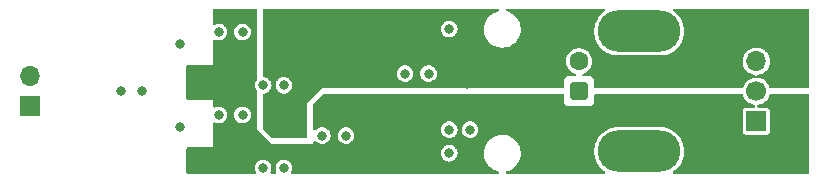
<source format=gbr>
%TF.GenerationSoftware,KiCad,Pcbnew,(6.0.10)*%
%TF.CreationDate,2023-06-04T13:07:17-04:00*%
%TF.ProjectId,diff-probe,64696666-2d70-4726-9f62-652e6b696361,A*%
%TF.SameCoordinates,PX1f78a40PY3750280*%
%TF.FileFunction,Copper,L3,Inr*%
%TF.FilePolarity,Positive*%
%FSLAX46Y46*%
G04 Gerber Fmt 4.6, Leading zero omitted, Abs format (unit mm)*
G04 Created by KiCad (PCBNEW (6.0.10)) date 2023-06-04 13:07:17*
%MOMM*%
%LPD*%
G01*
G04 APERTURE LIST*
G04 Aperture macros list*
%AMRoundRect*
0 Rectangle with rounded corners*
0 $1 Rounding radius*
0 $2 $3 $4 $5 $6 $7 $8 $9 X,Y pos of 4 corners*
0 Add a 4 corners polygon primitive as box body*
4,1,4,$2,$3,$4,$5,$6,$7,$8,$9,$2,$3,0*
0 Add four circle primitives for the rounded corners*
1,1,$1+$1,$2,$3*
1,1,$1+$1,$4,$5*
1,1,$1+$1,$6,$7*
1,1,$1+$1,$8,$9*
0 Add four rect primitives between the rounded corners*
20,1,$1+$1,$2,$3,$4,$5,0*
20,1,$1+$1,$4,$5,$6,$7,0*
20,1,$1+$1,$6,$7,$8,$9,0*
20,1,$1+$1,$8,$9,$2,$3,0*%
%AMHorizOval*
0 Thick line with rounded ends*
0 $1 width*
0 $2 $3 position (X,Y) of the first rounded end (center of the circle)*
0 $4 $5 position (X,Y) of the second rounded end (center of the circle)*
0 Add line between two ends*
20,1,$1,$2,$3,$4,$5,0*
0 Add two circle primitives to create the rounded ends*
1,1,$1,$2,$3*
1,1,$1,$4,$5*%
G04 Aperture macros list end*
%TA.AperFunction,ComponentPad*%
%ADD10O,7.000000X3.500000*%
%TD*%
%TA.AperFunction,ComponentPad*%
%ADD11RoundRect,0.400000X-0.400000X0.400000X-0.400000X-0.400000X0.400000X-0.400000X0.400000X0.400000X0*%
%TD*%
%TA.AperFunction,ComponentPad*%
%ADD12C,1.600000*%
%TD*%
%TA.AperFunction,ComponentPad*%
%ADD13R,1.700000X1.700000*%
%TD*%
%TA.AperFunction,ComponentPad*%
%ADD14O,1.700000X1.700000*%
%TD*%
%TA.AperFunction,ComponentPad*%
%ADD15HorizOval,1.700000X0.000000X0.000000X0.000000X0.000000X0*%
%TD*%
%TA.AperFunction,ViaPad*%
%ADD16C,0.800000*%
%TD*%
G04 APERTURE END LIST*
D10*
%TO.N,*%
%TO.C,J2*%
X53580000Y2920000D03*
X53580000Y13080000D03*
D11*
%TO.N,/OUT*%
X48500000Y8000000D03*
D12*
%TO.N,GND*%
X48500000Y10540000D03*
%TD*%
D13*
%TO.N,/IN_POS*%
%TO.C,J1*%
X2000000Y6730000D03*
D14*
%TO.N,/IN_NEG*%
X2000000Y9270000D03*
%TD*%
D13*
%TO.N,/NEG*%
%TO.C,J3*%
X63500000Y5460000D03*
D15*
%TO.N,GND*%
X63500000Y8000000D03*
D14*
%TO.N,/POS*%
X63500000Y10540000D03*
%TD*%
D16*
%TO.N,GND*%
X39250000Y4750000D03*
X18000000Y13000000D03*
X9750000Y8000000D03*
X23500000Y1500000D03*
X21750000Y1500000D03*
X20000000Y6000000D03*
X23500000Y8500000D03*
X21750000Y8500000D03*
X26750000Y4250000D03*
X37500000Y4750000D03*
X28750000Y4250000D03*
X18000000Y6000000D03*
X37500000Y13250000D03*
X37500000Y2750000D03*
X33750000Y9500000D03*
X35750000Y9500000D03*
X20000000Y13000000D03*
X11500000Y8000000D03*
%TO.N,VSS*%
X32000000Y2750000D03*
X60500000Y3250000D03*
X18000000Y2500000D03*
X20000000Y9500000D03*
X60500000Y2000000D03*
X18000000Y9500000D03*
X35750000Y6000000D03*
X20000000Y2500000D03*
X33750000Y6000000D03*
%TO.N,VDD*%
X60500000Y14500000D03*
X23250000Y5250000D03*
X39000000Y8600000D03*
X32000000Y13250000D03*
X60500000Y13250000D03*
X23250000Y12250000D03*
%TO.N,/FB_POS*%
X14750000Y5000000D03*
%TO.N,/FB_NEG*%
X14750000Y12000000D03*
%TD*%
%TA.AperFunction,Conductor*%
%TO.N,VSS*%
G36*
X21192121Y14979998D02*
G01*
X21238614Y14926342D01*
X21250000Y14874000D01*
X21250000Y9046267D01*
X21229998Y8978146D01*
X21225493Y8972247D01*
X21225604Y8972169D01*
X21128113Y8833453D01*
X21066524Y8675487D01*
X21065532Y8667954D01*
X21065532Y8667953D01*
X21054641Y8585222D01*
X21044394Y8507389D01*
X21062999Y8338865D01*
X21121266Y8179644D01*
X21125502Y8173341D01*
X21125502Y8173340D01*
X21140617Y8150847D01*
X21215830Y8038917D01*
X21219778Y8035325D01*
X21248751Y7971564D01*
X21250000Y7953868D01*
X21250000Y4750000D01*
X22500000Y3500000D01*
X26000000Y3500000D01*
X26000000Y3701551D01*
X26020002Y3769672D01*
X26073658Y3816165D01*
X26143932Y3826269D01*
X26208512Y3796775D01*
X26214747Y3790529D01*
X26215830Y3788917D01*
X26221446Y3783807D01*
X26221448Y3783805D01*
X26335612Y3679923D01*
X26335616Y3679920D01*
X26341233Y3674809D01*
X26347906Y3671186D01*
X26347910Y3671183D01*
X26483558Y3597533D01*
X26483560Y3597532D01*
X26490235Y3593908D01*
X26497584Y3591980D01*
X26646883Y3552812D01*
X26646885Y3552812D01*
X26654233Y3550884D01*
X26740609Y3549527D01*
X26816161Y3548340D01*
X26816164Y3548340D01*
X26823760Y3548221D01*
X26831165Y3549917D01*
X26831166Y3549917D01*
X26891586Y3563755D01*
X26989029Y3586072D01*
X27140498Y3662253D01*
X27253072Y3758401D01*
X27263651Y3767436D01*
X27263652Y3767437D01*
X27269423Y3772366D01*
X27368361Y3910053D01*
X27376237Y3929644D01*
X27428766Y4060313D01*
X27428767Y4060315D01*
X27431601Y4067366D01*
X27455490Y4235222D01*
X27455645Y4250000D01*
X27454751Y4257389D01*
X28044394Y4257389D01*
X28062999Y4088865D01*
X28121266Y3929644D01*
X28125502Y3923341D01*
X28125502Y3923340D01*
X28135089Y3909073D01*
X28215830Y3788917D01*
X28221442Y3783810D01*
X28221445Y3783807D01*
X28335612Y3679923D01*
X28335616Y3679920D01*
X28341233Y3674809D01*
X28347906Y3671186D01*
X28347910Y3671183D01*
X28483558Y3597533D01*
X28483560Y3597532D01*
X28490235Y3593908D01*
X28497584Y3591980D01*
X28646883Y3552812D01*
X28646885Y3552812D01*
X28654233Y3550884D01*
X28740609Y3549527D01*
X28816161Y3548340D01*
X28816164Y3548340D01*
X28823760Y3548221D01*
X28831165Y3549917D01*
X28831166Y3549917D01*
X28891586Y3563755D01*
X28989029Y3586072D01*
X29140498Y3662253D01*
X29253072Y3758401D01*
X29263651Y3767436D01*
X29263652Y3767437D01*
X29269423Y3772366D01*
X29368361Y3910053D01*
X29376237Y3929644D01*
X29428766Y4060313D01*
X29428767Y4060315D01*
X29431601Y4067366D01*
X29455490Y4235222D01*
X29455645Y4250000D01*
X29453840Y4264920D01*
X29450570Y4291936D01*
X29435276Y4418320D01*
X29375345Y4576923D01*
X29366584Y4589670D01*
X29283614Y4710392D01*
X29283613Y4710393D01*
X29279312Y4716651D01*
X29267514Y4727163D01*
X29233589Y4757389D01*
X36794394Y4757389D01*
X36812999Y4588865D01*
X36834172Y4531008D01*
X36864576Y4447926D01*
X36871266Y4429644D01*
X36875502Y4423341D01*
X36875502Y4423340D01*
X36888574Y4403887D01*
X36965830Y4288917D01*
X36971442Y4283810D01*
X36971445Y4283807D01*
X37085612Y4179923D01*
X37085616Y4179920D01*
X37091233Y4174809D01*
X37097906Y4171186D01*
X37097910Y4171183D01*
X37233558Y4097533D01*
X37233560Y4097532D01*
X37240235Y4093908D01*
X37247584Y4091980D01*
X37396883Y4052812D01*
X37396885Y4052812D01*
X37404233Y4050884D01*
X37490609Y4049527D01*
X37566161Y4048340D01*
X37566164Y4048340D01*
X37573760Y4048221D01*
X37581165Y4049917D01*
X37581166Y4049917D01*
X37666343Y4069425D01*
X37739029Y4086072D01*
X37890498Y4162253D01*
X37969713Y4229910D01*
X38013651Y4267436D01*
X38013652Y4267437D01*
X38019423Y4272366D01*
X38118361Y4410053D01*
X38124540Y4425423D01*
X38178766Y4560313D01*
X38178767Y4560315D01*
X38181601Y4567366D01*
X38203566Y4721704D01*
X38204909Y4731138D01*
X38204909Y4731141D01*
X38205490Y4735222D01*
X38205645Y4750000D01*
X38204751Y4757389D01*
X38544394Y4757389D01*
X38562999Y4588865D01*
X38584172Y4531008D01*
X38614576Y4447926D01*
X38621266Y4429644D01*
X38625502Y4423341D01*
X38625502Y4423340D01*
X38638574Y4403887D01*
X38715830Y4288917D01*
X38721442Y4283810D01*
X38721445Y4283807D01*
X38835612Y4179923D01*
X38835616Y4179920D01*
X38841233Y4174809D01*
X38847906Y4171186D01*
X38847910Y4171183D01*
X38983558Y4097533D01*
X38983560Y4097532D01*
X38990235Y4093908D01*
X38997584Y4091980D01*
X39146883Y4052812D01*
X39146885Y4052812D01*
X39154233Y4050884D01*
X39240609Y4049527D01*
X39316161Y4048340D01*
X39316164Y4048340D01*
X39323760Y4048221D01*
X39331165Y4049917D01*
X39331166Y4049917D01*
X39416343Y4069425D01*
X39489029Y4086072D01*
X39640498Y4162253D01*
X39719713Y4229910D01*
X39763651Y4267436D01*
X39763652Y4267437D01*
X39769423Y4272366D01*
X39868361Y4410053D01*
X39874540Y4425423D01*
X39928766Y4560313D01*
X39928767Y4560315D01*
X39931601Y4567366D01*
X39953566Y4721704D01*
X39954909Y4731138D01*
X39954909Y4731141D01*
X39955490Y4735222D01*
X39955645Y4750000D01*
X39953840Y4764920D01*
X39943573Y4849758D01*
X39935276Y4918320D01*
X39875345Y5076923D01*
X39812529Y5168320D01*
X39783614Y5210392D01*
X39783613Y5210393D01*
X39779312Y5216651D01*
X39767514Y5227163D01*
X39658392Y5324388D01*
X39658388Y5324390D01*
X39652721Y5329440D01*
X39640196Y5336072D01*
X39562571Y5377172D01*
X39502881Y5408776D01*
X39338441Y5450081D01*
X39330843Y5450121D01*
X39330841Y5450121D01*
X39253668Y5450525D01*
X39168895Y5450969D01*
X39161508Y5449195D01*
X39161504Y5449195D01*
X39018162Y5414780D01*
X39004032Y5411388D01*
X38997288Y5407907D01*
X38997285Y5407906D01*
X38860117Y5337108D01*
X38853369Y5333625D01*
X38847647Y5328633D01*
X38847645Y5328632D01*
X38812921Y5298340D01*
X38725604Y5222169D01*
X38628113Y5083453D01*
X38566524Y4925487D01*
X38565532Y4917954D01*
X38565532Y4917953D01*
X38546366Y4772366D01*
X38544394Y4757389D01*
X38204751Y4757389D01*
X38203840Y4764920D01*
X38193573Y4849758D01*
X38185276Y4918320D01*
X38125345Y5076923D01*
X38062529Y5168320D01*
X38033614Y5210392D01*
X38033613Y5210393D01*
X38029312Y5216651D01*
X38017514Y5227163D01*
X37908392Y5324388D01*
X37908388Y5324390D01*
X37902721Y5329440D01*
X37890196Y5336072D01*
X37812571Y5377172D01*
X37752881Y5408776D01*
X37588441Y5450081D01*
X37580843Y5450121D01*
X37580841Y5450121D01*
X37503668Y5450525D01*
X37418895Y5450969D01*
X37411508Y5449195D01*
X37411504Y5449195D01*
X37268162Y5414780D01*
X37254032Y5411388D01*
X37247288Y5407907D01*
X37247285Y5407906D01*
X37110117Y5337108D01*
X37103369Y5333625D01*
X37097647Y5328633D01*
X37097645Y5328632D01*
X37062921Y5298340D01*
X36975604Y5222169D01*
X36878113Y5083453D01*
X36816524Y4925487D01*
X36815532Y4917954D01*
X36815532Y4917953D01*
X36796366Y4772366D01*
X36794394Y4757389D01*
X29233589Y4757389D01*
X29158392Y4824388D01*
X29158388Y4824390D01*
X29152721Y4829440D01*
X29134921Y4838865D01*
X29085080Y4865254D01*
X29002881Y4908776D01*
X28838441Y4950081D01*
X28830843Y4950121D01*
X28830841Y4950121D01*
X28753668Y4950525D01*
X28668895Y4950969D01*
X28661508Y4949195D01*
X28661504Y4949195D01*
X28518162Y4914780D01*
X28504032Y4911388D01*
X28497288Y4907907D01*
X28497285Y4907906D01*
X28388088Y4851545D01*
X28353369Y4833625D01*
X28347647Y4828633D01*
X28347645Y4828632D01*
X28309931Y4795732D01*
X28225604Y4722169D01*
X28128113Y4583453D01*
X28066524Y4425487D01*
X28065532Y4417954D01*
X28065532Y4417953D01*
X28045717Y4267436D01*
X28044394Y4257389D01*
X27454751Y4257389D01*
X27453840Y4264920D01*
X27450570Y4291936D01*
X27435276Y4418320D01*
X27375345Y4576923D01*
X27366584Y4589670D01*
X27283614Y4710392D01*
X27283613Y4710393D01*
X27279312Y4716651D01*
X27267514Y4727163D01*
X27158392Y4824388D01*
X27158388Y4824390D01*
X27152721Y4829440D01*
X27134921Y4838865D01*
X27085080Y4865254D01*
X27002881Y4908776D01*
X26838441Y4950081D01*
X26830843Y4950121D01*
X26830841Y4950121D01*
X26753668Y4950525D01*
X26668895Y4950969D01*
X26661508Y4949195D01*
X26661504Y4949195D01*
X26518162Y4914780D01*
X26504032Y4911388D01*
X26497288Y4907907D01*
X26497285Y4907906D01*
X26388088Y4851545D01*
X26353369Y4833625D01*
X26347647Y4828633D01*
X26347645Y4828632D01*
X26309931Y4795732D01*
X26225604Y4722169D01*
X26221237Y4715955D01*
X26219635Y4714176D01*
X26159188Y4676937D01*
X26088205Y4678290D01*
X26029221Y4717805D01*
X26000963Y4782936D01*
X26000000Y4798488D01*
X26000000Y6947810D01*
X26020002Y7015931D01*
X26036905Y7036905D01*
X26713095Y7713095D01*
X26775407Y7747121D01*
X26802190Y7750000D01*
X47124000Y7750000D01*
X47192121Y7729998D01*
X47238614Y7676342D01*
X47250000Y7624000D01*
X47250000Y7000000D01*
X47500000Y6750000D01*
X49500000Y6750000D01*
X49750000Y7000000D01*
X49750000Y7624000D01*
X49770002Y7692121D01*
X49823658Y7738614D01*
X49876000Y7750000D01*
X62278384Y7750000D01*
X62346505Y7729998D01*
X62392998Y7676342D01*
X62400507Y7655017D01*
X62410845Y7614310D01*
X62499369Y7422286D01*
X62621405Y7249609D01*
X62772865Y7102063D01*
X62777661Y7098858D01*
X62777664Y7098856D01*
X62898502Y7018115D01*
X62948677Y6984589D01*
X62953985Y6982308D01*
X62953986Y6982308D01*
X63137650Y6903400D01*
X63137653Y6903399D01*
X63142953Y6901122D01*
X63148582Y6899848D01*
X63148583Y6899848D01*
X63327368Y6859393D01*
X63389395Y6824850D01*
X63422899Y6762257D01*
X63417245Y6691486D01*
X63374226Y6635006D01*
X63307501Y6610751D01*
X63299560Y6610500D01*
X62605354Y6610500D01*
X62601650Y6610059D01*
X62601647Y6610059D01*
X62594254Y6609179D01*
X62579154Y6607382D01*
X62570514Y6603544D01*
X62570513Y6603544D01*
X62488117Y6566945D01*
X62476847Y6561939D01*
X62397759Y6482713D01*
X62393056Y6472076D01*
X62393055Y6472074D01*
X62366735Y6412538D01*
X62352494Y6380327D01*
X62349500Y6354646D01*
X62349500Y4565354D01*
X62352618Y4539154D01*
X62356456Y4530514D01*
X62356456Y4530513D01*
X62384814Y4466670D01*
X62398061Y4436847D01*
X62406294Y4428628D01*
X62406295Y4428627D01*
X62433533Y4401437D01*
X62477287Y4357759D01*
X62487924Y4353056D01*
X62487926Y4353055D01*
X62526341Y4336072D01*
X62579673Y4312494D01*
X62605354Y4309500D01*
X64394646Y4309500D01*
X64398350Y4309941D01*
X64398353Y4309941D01*
X64405746Y4310821D01*
X64420846Y4312618D01*
X64523153Y4358061D01*
X64554984Y4389947D01*
X64577093Y4412095D01*
X64602241Y4437287D01*
X64615232Y4466670D01*
X64633265Y4507462D01*
X64647506Y4539673D01*
X64650500Y4565354D01*
X64650500Y6354646D01*
X64647382Y6380846D01*
X64607025Y6471704D01*
X64606663Y6472518D01*
X64601939Y6483153D01*
X64522713Y6562241D01*
X64512076Y6566944D01*
X64512074Y6566945D01*
X64452538Y6593265D01*
X64420327Y6607506D01*
X64394646Y6610500D01*
X63682291Y6610500D01*
X63614170Y6630502D01*
X63567677Y6684158D01*
X63557573Y6754432D01*
X63587067Y6819012D01*
X63646793Y6857396D01*
X63664211Y6861196D01*
X63764013Y6875667D01*
X63764014Y6875667D01*
X63769730Y6876496D01*
X63848987Y6903400D01*
X63964483Y6942605D01*
X63964488Y6942607D01*
X63969955Y6944463D01*
X63974998Y6947287D01*
X64149395Y7044954D01*
X64149399Y7044957D01*
X64154442Y7047781D01*
X64317012Y7182988D01*
X64452219Y7345558D01*
X64455043Y7350601D01*
X64455046Y7350605D01*
X64552713Y7525002D01*
X64552714Y7525004D01*
X64555537Y7530045D01*
X64601179Y7664502D01*
X64642016Y7722578D01*
X64707769Y7749356D01*
X64720492Y7750000D01*
X67874000Y7750000D01*
X67942121Y7729998D01*
X67988614Y7676342D01*
X68000000Y7624000D01*
X68000000Y1126000D01*
X67979998Y1057879D01*
X67926342Y1011386D01*
X67874000Y1000000D01*
X56563654Y1000000D01*
X56495533Y1020002D01*
X56449040Y1073658D01*
X56438936Y1143932D01*
X56468430Y1208512D01*
X56489593Y1227936D01*
X56647691Y1342801D01*
X56647694Y1342803D01*
X56651254Y1345390D01*
X56654421Y1348448D01*
X56854374Y1541540D01*
X56854378Y1541545D01*
X56857539Y1544597D01*
X56899019Y1597688D01*
X57031381Y1767104D01*
X57034093Y1770575D01*
X57089533Y1866601D01*
X57175276Y2015112D01*
X57175278Y2015117D01*
X57177477Y2018925D01*
X57284903Y2284813D01*
X57354279Y2563065D01*
X57371945Y2731138D01*
X57383796Y2843895D01*
X57383796Y2843898D01*
X57384255Y2848264D01*
X57382072Y2910780D01*
X57374401Y3130462D01*
X57374400Y3130468D01*
X57374247Y3134859D01*
X57365540Y3184243D01*
X57325622Y3410625D01*
X57324450Y3417272D01*
X57323095Y3421443D01*
X57323093Y3421450D01*
X57254226Y3633399D01*
X57235833Y3690006D01*
X57230203Y3701551D01*
X57130488Y3905994D01*
X57110121Y3947753D01*
X56949762Y4185496D01*
X56757875Y4398608D01*
X56538197Y4582940D01*
X56295002Y4734905D01*
X56109792Y4817366D01*
X56037039Y4849758D01*
X56037037Y4849759D01*
X56033025Y4851545D01*
X55836470Y4907906D01*
X55761591Y4929377D01*
X55761590Y4929377D01*
X55757364Y4930589D01*
X55753014Y4931200D01*
X55753011Y4931201D01*
X55631843Y4948230D01*
X55473385Y4970500D01*
X51758396Y4970500D01*
X51756210Y4970347D01*
X51756206Y4970347D01*
X51548314Y4955810D01*
X51548309Y4955809D01*
X51543929Y4955503D01*
X51539635Y4954590D01*
X51539633Y4954590D01*
X51514252Y4949195D01*
X51263425Y4895880D01*
X51259294Y4894376D01*
X51259289Y4894375D01*
X51141616Y4851545D01*
X50993950Y4797799D01*
X50932113Y4764920D01*
X50744639Y4665239D01*
X50744633Y4665235D01*
X50740747Y4663169D01*
X50737187Y4660582D01*
X50737183Y4660580D01*
X50512309Y4497199D01*
X50508746Y4494610D01*
X50505582Y4491554D01*
X50505579Y4491552D01*
X50305626Y4298460D01*
X50305622Y4298455D01*
X50302461Y4295403D01*
X50299754Y4291938D01*
X50299752Y4291936D01*
X50216592Y4185496D01*
X50125907Y4069425D01*
X50115134Y4050765D01*
X49985522Y3826269D01*
X49982523Y3821075D01*
X49875097Y3555187D01*
X49874032Y3550914D01*
X49874031Y3550912D01*
X49861337Y3500000D01*
X49805721Y3276935D01*
X49805262Y3272565D01*
X49805261Y3272561D01*
X49784641Y3076373D01*
X49775745Y2991736D01*
X49775898Y2987348D01*
X49775898Y2987342D01*
X49784703Y2735222D01*
X49785753Y2705141D01*
X49786515Y2700818D01*
X49786516Y2700811D01*
X49818128Y2521533D01*
X49835550Y2422728D01*
X49836905Y2418557D01*
X49836907Y2418550D01*
X49870307Y2315757D01*
X49924167Y2149994D01*
X49926095Y2146041D01*
X49926097Y2146036D01*
X49961477Y2073498D01*
X50049879Y1892247D01*
X50210238Y1654504D01*
X50402125Y1441392D01*
X50621803Y1257060D01*
X50625539Y1254726D01*
X50625541Y1254724D01*
X50660540Y1232854D01*
X50707711Y1179793D01*
X50718706Y1109653D01*
X50690035Y1044703D01*
X50630801Y1005564D01*
X50593771Y1000000D01*
X42416760Y1000000D01*
X42348639Y1020002D01*
X42302146Y1073658D01*
X42292042Y1143932D01*
X42321536Y1208512D01*
X42386705Y1248363D01*
X42486092Y1272775D01*
X42491006Y1273982D01*
X42495658Y1275957D01*
X42495662Y1275958D01*
X42716022Y1369495D01*
X42716023Y1369495D01*
X42720677Y1371471D01*
X42931808Y1504427D01*
X42977372Y1544597D01*
X43115168Y1666080D01*
X43115171Y1666083D01*
X43118965Y1669428D01*
X43277334Y1862230D01*
X43402840Y2077872D01*
X43405049Y2083625D01*
X43475607Y2267436D01*
X43492255Y2310805D01*
X43543278Y2555039D01*
X43543518Y2560313D01*
X43550094Y2705141D01*
X43554596Y2804288D01*
X43550014Y2843895D01*
X43526501Y3047110D01*
X43525919Y3052140D01*
X43457983Y3292219D01*
X43395366Y3426502D01*
X43354675Y3513766D01*
X43354673Y3513770D01*
X43352538Y3518348D01*
X43330427Y3550884D01*
X43215142Y3720519D01*
X43212294Y3724710D01*
X43040862Y3905994D01*
X43018175Y3923340D01*
X42846677Y4054460D01*
X42846676Y4054461D01*
X42842651Y4057538D01*
X42622761Y4175443D01*
X42386848Y4256674D01*
X42229764Y4283807D01*
X42144893Y4298467D01*
X42144887Y4298468D01*
X42140983Y4299142D01*
X42137022Y4299322D01*
X42137021Y4299322D01*
X42112497Y4300436D01*
X42112478Y4300436D01*
X42111078Y4300500D01*
X41937309Y4300500D01*
X41934801Y4300298D01*
X41934796Y4300298D01*
X41756339Y4285940D01*
X41756334Y4285939D01*
X41751298Y4285534D01*
X41746390Y4284329D01*
X41746387Y4284328D01*
X41546466Y4235222D01*
X41508994Y4226018D01*
X41504342Y4224043D01*
X41504338Y4224042D01*
X41379810Y4171183D01*
X41279323Y4128529D01*
X41068192Y3995573D01*
X41064398Y3992228D01*
X40884832Y3833920D01*
X40884829Y3833917D01*
X40881035Y3830572D01*
X40722666Y3637770D01*
X40597160Y3422128D01*
X40595347Y3417405D01*
X40595346Y3417403D01*
X40590671Y3405224D01*
X40507745Y3189195D01*
X40506712Y3184249D01*
X40506710Y3184243D01*
X40466494Y2991736D01*
X40456722Y2944961D01*
X40456493Y2939912D01*
X40456492Y2939906D01*
X40455170Y2910780D01*
X40445404Y2695712D01*
X40445985Y2690692D01*
X40445985Y2690688D01*
X40461070Y2560313D01*
X40474081Y2447860D01*
X40475460Y2442989D01*
X40475460Y2442986D01*
X40481193Y2422728D01*
X40542017Y2207781D01*
X40570809Y2146036D01*
X40616421Y2048221D01*
X40647462Y1981652D01*
X40787706Y1775290D01*
X40959138Y1594006D01*
X40963164Y1590928D01*
X40963165Y1590927D01*
X41082303Y1499839D01*
X41157349Y1442462D01*
X41377239Y1324557D01*
X41524120Y1273982D01*
X41607898Y1245135D01*
X41665796Y1204045D01*
X41692287Y1138176D01*
X41678962Y1068441D01*
X41630050Y1016981D01*
X41566877Y1000000D01*
X24240472Y1000000D01*
X24172351Y1020002D01*
X24125858Y1073658D01*
X24115754Y1143932D01*
X24123565Y1172996D01*
X24178765Y1310309D01*
X24178767Y1310316D01*
X24181601Y1317366D01*
X24199252Y1441392D01*
X24204909Y1481138D01*
X24204909Y1481141D01*
X24205490Y1485222D01*
X24205645Y1500000D01*
X24204705Y1507772D01*
X24199829Y1548064D01*
X24185276Y1668320D01*
X24125345Y1826923D01*
X24029312Y1966651D01*
X24017169Y1977470D01*
X23908392Y2074388D01*
X23908388Y2074390D01*
X23902721Y2079440D01*
X23890196Y2086072D01*
X23835080Y2115254D01*
X23752881Y2158776D01*
X23588441Y2200081D01*
X23580843Y2200121D01*
X23580841Y2200121D01*
X23503668Y2200525D01*
X23418895Y2200969D01*
X23411508Y2199195D01*
X23411504Y2199195D01*
X23268162Y2164780D01*
X23254032Y2161388D01*
X23247288Y2157907D01*
X23247285Y2157906D01*
X23110117Y2087108D01*
X23103369Y2083625D01*
X23097647Y2078633D01*
X23097645Y2078632D01*
X23062921Y2048340D01*
X22975604Y1972169D01*
X22971237Y1965955D01*
X22895593Y1858324D01*
X22878113Y1833453D01*
X22816524Y1675487D01*
X22815532Y1667954D01*
X22815532Y1667953D01*
X22799749Y1548064D01*
X22794394Y1507389D01*
X22812999Y1338865D01*
X22871018Y1180322D01*
X22871018Y1180321D01*
X22871266Y1179644D01*
X22871153Y1179603D01*
X22883581Y1113426D01*
X22856881Y1047641D01*
X22798853Y1006735D01*
X22758210Y1000000D01*
X22490472Y1000000D01*
X22422351Y1020002D01*
X22375858Y1073658D01*
X22365754Y1143932D01*
X22373565Y1172996D01*
X22428765Y1310309D01*
X22428767Y1310316D01*
X22431601Y1317366D01*
X22449252Y1441392D01*
X22454909Y1481138D01*
X22454909Y1481141D01*
X22455490Y1485222D01*
X22455645Y1500000D01*
X22454705Y1507772D01*
X22449829Y1548064D01*
X22435276Y1668320D01*
X22375345Y1826923D01*
X22279312Y1966651D01*
X22267169Y1977470D01*
X22158392Y2074388D01*
X22158388Y2074390D01*
X22152721Y2079440D01*
X22140196Y2086072D01*
X22085080Y2115254D01*
X22002881Y2158776D01*
X21838441Y2200081D01*
X21830843Y2200121D01*
X21830841Y2200121D01*
X21753668Y2200525D01*
X21668895Y2200969D01*
X21661508Y2199195D01*
X21661504Y2199195D01*
X21518162Y2164780D01*
X21504032Y2161388D01*
X21497288Y2157907D01*
X21497285Y2157906D01*
X21360117Y2087108D01*
X21353369Y2083625D01*
X21347647Y2078633D01*
X21347645Y2078632D01*
X21312921Y2048340D01*
X21225604Y1972169D01*
X21221237Y1965955D01*
X21145593Y1858324D01*
X21128113Y1833453D01*
X21066524Y1675487D01*
X21065532Y1667954D01*
X21065532Y1667953D01*
X21049749Y1548064D01*
X21044394Y1507389D01*
X21062999Y1338865D01*
X21121018Y1180322D01*
X21121018Y1180321D01*
X21121266Y1179644D01*
X21121153Y1179603D01*
X21133581Y1113426D01*
X21106881Y1047641D01*
X21048853Y1006735D01*
X21008210Y1000000D01*
X15376000Y1000000D01*
X15307879Y1020002D01*
X15261386Y1073658D01*
X15250000Y1126000D01*
X15250000Y2757389D01*
X36794394Y2757389D01*
X36812999Y2588865D01*
X36871266Y2429644D01*
X36875502Y2423341D01*
X36875502Y2423340D01*
X36888574Y2403887D01*
X36965830Y2288917D01*
X36971442Y2283810D01*
X36971445Y2283807D01*
X37085612Y2179923D01*
X37085616Y2179920D01*
X37091233Y2174809D01*
X37097906Y2171186D01*
X37097910Y2171183D01*
X37233558Y2097533D01*
X37233560Y2097532D01*
X37240235Y2093908D01*
X37247584Y2091980D01*
X37396883Y2052812D01*
X37396885Y2052812D01*
X37404233Y2050884D01*
X37490609Y2049527D01*
X37566161Y2048340D01*
X37566164Y2048340D01*
X37573760Y2048221D01*
X37581165Y2049917D01*
X37581166Y2049917D01*
X37703225Y2077872D01*
X37739029Y2086072D01*
X37890498Y2162253D01*
X38019423Y2272366D01*
X38118361Y2410053D01*
X38126237Y2429644D01*
X38178766Y2560313D01*
X38178767Y2560315D01*
X38181601Y2567366D01*
X38205490Y2735222D01*
X38205645Y2750000D01*
X38203840Y2764920D01*
X38186188Y2910780D01*
X38185276Y2918320D01*
X38125345Y3076923D01*
X38092990Y3124000D01*
X38033614Y3210392D01*
X38033613Y3210393D01*
X38029312Y3216651D01*
X38010680Y3233252D01*
X37908392Y3324388D01*
X37908388Y3324390D01*
X37902721Y3329440D01*
X37752881Y3408776D01*
X37588441Y3450081D01*
X37580843Y3450121D01*
X37580841Y3450121D01*
X37503668Y3450525D01*
X37418895Y3450969D01*
X37411508Y3449195D01*
X37411504Y3449195D01*
X37298766Y3422128D01*
X37254032Y3411388D01*
X37247288Y3407907D01*
X37247285Y3407906D01*
X37242089Y3405224D01*
X37103369Y3333625D01*
X37097647Y3328633D01*
X37097645Y3328632D01*
X37043280Y3281206D01*
X36975604Y3222169D01*
X36878113Y3083453D01*
X36816524Y2925487D01*
X36815532Y2917954D01*
X36815532Y2917953D01*
X36799903Y2799234D01*
X36794394Y2757389D01*
X15250000Y2757389D01*
X15250000Y3124000D01*
X15270002Y3192121D01*
X15323658Y3238614D01*
X15376000Y3250000D01*
X17500000Y3250000D01*
X17500000Y5262558D01*
X17520002Y5330679D01*
X17573658Y5377172D01*
X17643932Y5387276D01*
X17686122Y5373289D01*
X17733558Y5347533D01*
X17733560Y5347532D01*
X17740235Y5343908D01*
X17747584Y5341980D01*
X17896883Y5302812D01*
X17896885Y5302812D01*
X17904233Y5300884D01*
X17990609Y5299527D01*
X18066161Y5298340D01*
X18066164Y5298340D01*
X18073760Y5298221D01*
X18081165Y5299917D01*
X18081166Y5299917D01*
X18188013Y5324388D01*
X18239029Y5336072D01*
X18390498Y5412253D01*
X18519423Y5522366D01*
X18618361Y5660053D01*
X18626237Y5679644D01*
X18678766Y5810313D01*
X18678767Y5810315D01*
X18681601Y5817366D01*
X18705490Y5985222D01*
X18705645Y6000000D01*
X18704751Y6007389D01*
X19294394Y6007389D01*
X19312999Y5838865D01*
X19371266Y5679644D01*
X19375502Y5673341D01*
X19375502Y5673340D01*
X19385289Y5658776D01*
X19465830Y5538917D01*
X19471442Y5533810D01*
X19471445Y5533807D01*
X19585612Y5429923D01*
X19585616Y5429920D01*
X19591233Y5424809D01*
X19597906Y5421186D01*
X19597910Y5421183D01*
X19733558Y5347533D01*
X19733560Y5347532D01*
X19740235Y5343908D01*
X19747584Y5341980D01*
X19896883Y5302812D01*
X19896885Y5302812D01*
X19904233Y5300884D01*
X19990609Y5299527D01*
X20066161Y5298340D01*
X20066164Y5298340D01*
X20073760Y5298221D01*
X20081165Y5299917D01*
X20081166Y5299917D01*
X20188013Y5324388D01*
X20239029Y5336072D01*
X20390498Y5412253D01*
X20519423Y5522366D01*
X20618361Y5660053D01*
X20626237Y5679644D01*
X20678766Y5810313D01*
X20678767Y5810315D01*
X20681601Y5817366D01*
X20705490Y5985222D01*
X20705645Y6000000D01*
X20703840Y6014920D01*
X20686188Y6160780D01*
X20685276Y6168320D01*
X20625345Y6326923D01*
X20529312Y6466651D01*
X20523641Y6471704D01*
X20408392Y6574388D01*
X20408388Y6574390D01*
X20402721Y6579440D01*
X20357197Y6603544D01*
X20292084Y6638019D01*
X20252881Y6658776D01*
X20088441Y6700081D01*
X20080843Y6700121D01*
X20080841Y6700121D01*
X20003668Y6700525D01*
X19918895Y6700969D01*
X19911508Y6699195D01*
X19911504Y6699195D01*
X19768162Y6664780D01*
X19754032Y6661388D01*
X19747288Y6657907D01*
X19747285Y6657906D01*
X19649397Y6607382D01*
X19603369Y6583625D01*
X19597647Y6578633D01*
X19597645Y6578632D01*
X19569435Y6554023D01*
X19475604Y6472169D01*
X19471237Y6465955D01*
X19390385Y6350914D01*
X19378113Y6333453D01*
X19316524Y6175487D01*
X19294394Y6007389D01*
X18704751Y6007389D01*
X18703840Y6014920D01*
X18686188Y6160780D01*
X18685276Y6168320D01*
X18625345Y6326923D01*
X18529312Y6466651D01*
X18523641Y6471704D01*
X18408392Y6574388D01*
X18408388Y6574390D01*
X18402721Y6579440D01*
X18357197Y6603544D01*
X18292084Y6638019D01*
X18252881Y6658776D01*
X18088441Y6700081D01*
X18080843Y6700121D01*
X18080841Y6700121D01*
X18003668Y6700525D01*
X17918895Y6700969D01*
X17911508Y6699195D01*
X17911504Y6699195D01*
X17768162Y6664780D01*
X17754032Y6661388D01*
X17747288Y6657907D01*
X17747285Y6657906D01*
X17742089Y6655224D01*
X17683789Y6625133D01*
X17614083Y6611664D01*
X17548160Y6638019D01*
X17506950Y6695831D01*
X17500000Y6737099D01*
X17500000Y7250000D01*
X15376000Y7250000D01*
X15307879Y7270002D01*
X15261386Y7323658D01*
X15250000Y7376000D01*
X15250000Y10124000D01*
X15270002Y10192121D01*
X15323658Y10238614D01*
X15376000Y10250000D01*
X17500000Y10250000D01*
X17500000Y12262558D01*
X17520002Y12330679D01*
X17573658Y12377172D01*
X17643932Y12387276D01*
X17686122Y12373289D01*
X17733558Y12347533D01*
X17733560Y12347532D01*
X17740235Y12343908D01*
X17747584Y12341980D01*
X17896883Y12302812D01*
X17896885Y12302812D01*
X17904233Y12300884D01*
X17990609Y12299527D01*
X18066161Y12298340D01*
X18066164Y12298340D01*
X18073760Y12298221D01*
X18081165Y12299917D01*
X18081166Y12299917D01*
X18141586Y12313755D01*
X18239029Y12336072D01*
X18390498Y12412253D01*
X18519423Y12522366D01*
X18618361Y12660053D01*
X18626237Y12679644D01*
X18678766Y12810313D01*
X18678767Y12810315D01*
X18681601Y12817366D01*
X18705490Y12985222D01*
X18705645Y13000000D01*
X18704751Y13007389D01*
X19294394Y13007389D01*
X19312999Y12838865D01*
X19371266Y12679644D01*
X19375502Y12673341D01*
X19375502Y12673340D01*
X19385289Y12658776D01*
X19465830Y12538917D01*
X19471442Y12533810D01*
X19471445Y12533807D01*
X19585612Y12429923D01*
X19585616Y12429920D01*
X19591233Y12424809D01*
X19597906Y12421186D01*
X19597910Y12421183D01*
X19733558Y12347533D01*
X19733560Y12347532D01*
X19740235Y12343908D01*
X19747584Y12341980D01*
X19896883Y12302812D01*
X19896885Y12302812D01*
X19904233Y12300884D01*
X19990609Y12299527D01*
X20066161Y12298340D01*
X20066164Y12298340D01*
X20073760Y12298221D01*
X20081165Y12299917D01*
X20081166Y12299917D01*
X20141586Y12313755D01*
X20239029Y12336072D01*
X20390498Y12412253D01*
X20519423Y12522366D01*
X20618361Y12660053D01*
X20626237Y12679644D01*
X20678766Y12810313D01*
X20678767Y12810315D01*
X20681601Y12817366D01*
X20705490Y12985222D01*
X20705645Y13000000D01*
X20703840Y13014920D01*
X20701004Y13038347D01*
X20685276Y13168320D01*
X20625345Y13326923D01*
X20562529Y13418320D01*
X20533614Y13460392D01*
X20533613Y13460393D01*
X20529312Y13466651D01*
X20433362Y13552140D01*
X20408392Y13574388D01*
X20408388Y13574390D01*
X20402721Y13579440D01*
X20252881Y13658776D01*
X20088441Y13700081D01*
X20080843Y13700121D01*
X20080841Y13700121D01*
X20003668Y13700525D01*
X19918895Y13700969D01*
X19911508Y13699195D01*
X19911504Y13699195D01*
X19768162Y13664780D01*
X19754032Y13661388D01*
X19747288Y13657907D01*
X19747285Y13657906D01*
X19610117Y13587108D01*
X19603369Y13583625D01*
X19475604Y13472169D01*
X19378113Y13333453D01*
X19316524Y13175487D01*
X19294394Y13007389D01*
X18704751Y13007389D01*
X18703840Y13014920D01*
X18701004Y13038347D01*
X18685276Y13168320D01*
X18625345Y13326923D01*
X18562529Y13418320D01*
X18533614Y13460392D01*
X18533613Y13460393D01*
X18529312Y13466651D01*
X18433362Y13552140D01*
X18408392Y13574388D01*
X18408388Y13574390D01*
X18402721Y13579440D01*
X18252881Y13658776D01*
X18088441Y13700081D01*
X18080843Y13700121D01*
X18080841Y13700121D01*
X18003668Y13700525D01*
X17918895Y13700969D01*
X17911508Y13699195D01*
X17911504Y13699195D01*
X17768162Y13664780D01*
X17754032Y13661388D01*
X17747288Y13657907D01*
X17747285Y13657906D01*
X17742089Y13655224D01*
X17683789Y13625133D01*
X17614083Y13611664D01*
X17548160Y13638019D01*
X17506950Y13695831D01*
X17500000Y13737099D01*
X17500000Y14874000D01*
X17520002Y14942121D01*
X17573658Y14988614D01*
X17626000Y15000000D01*
X21124000Y15000000D01*
X21192121Y14979998D01*
G37*
%TD.AperFunction*%
%TD*%
%TA.AperFunction,Conductor*%
%TO.N,VDD*%
G36*
X41651361Y14979998D02*
G01*
X41697854Y14926342D01*
X41707958Y14856068D01*
X41678464Y14791488D01*
X41613295Y14751637D01*
X41566374Y14740112D01*
X41508994Y14726018D01*
X41504342Y14724043D01*
X41504338Y14724042D01*
X41340766Y14654610D01*
X41279323Y14628529D01*
X41068192Y14495573D01*
X41064398Y14492228D01*
X40884832Y14333920D01*
X40884829Y14333917D01*
X40881035Y14330572D01*
X40722666Y14137770D01*
X40597160Y13922128D01*
X40595347Y13917405D01*
X40595346Y13917403D01*
X40590671Y13905224D01*
X40507745Y13689195D01*
X40506712Y13684249D01*
X40506710Y13684243D01*
X40485236Y13581450D01*
X40456722Y13444961D01*
X40456493Y13439912D01*
X40456492Y13439906D01*
X40455170Y13410780D01*
X40445404Y13195712D01*
X40445985Y13190692D01*
X40445985Y13190688D01*
X40456893Y13096414D01*
X40474081Y12947860D01*
X40475460Y12942989D01*
X40475460Y12942986D01*
X40482785Y12917100D01*
X40542017Y12707781D01*
X40557392Y12674809D01*
X40616421Y12548221D01*
X40647462Y12481652D01*
X40787706Y12275290D01*
X40959138Y12094006D01*
X41157349Y11942462D01*
X41377239Y11824557D01*
X41613152Y11743326D01*
X41741099Y11721226D01*
X41855107Y11701533D01*
X41855113Y11701532D01*
X41859017Y11700858D01*
X41862978Y11700678D01*
X41862979Y11700678D01*
X41887503Y11699564D01*
X41887522Y11699564D01*
X41888922Y11699500D01*
X42062691Y11699500D01*
X42065199Y11699702D01*
X42065204Y11699702D01*
X42243661Y11714060D01*
X42243666Y11714061D01*
X42248702Y11714466D01*
X42253610Y11715671D01*
X42253613Y11715672D01*
X42486092Y11772775D01*
X42491006Y11773982D01*
X42495658Y11775957D01*
X42495662Y11775958D01*
X42716022Y11869495D01*
X42716023Y11869495D01*
X42720677Y11871471D01*
X42931808Y12004427D01*
X43029923Y12090927D01*
X43115168Y12166080D01*
X43115171Y12166083D01*
X43118965Y12169428D01*
X43277334Y12362230D01*
X43402840Y12577872D01*
X43407298Y12589484D01*
X43475607Y12767436D01*
X43492255Y12810805D01*
X43503607Y12865141D01*
X43542243Y13050085D01*
X43543278Y13055039D01*
X43543518Y13060313D01*
X43551943Y13245865D01*
X43554596Y13304288D01*
X43540581Y13425423D01*
X43526501Y13547110D01*
X43525919Y13552140D01*
X43457983Y13792219D01*
X43395366Y13926502D01*
X43354675Y14013766D01*
X43354673Y14013770D01*
X43352538Y14018348D01*
X43212294Y14224710D01*
X43040862Y14405994D01*
X42980773Y14451936D01*
X42846677Y14554460D01*
X42846676Y14554461D01*
X42842651Y14557538D01*
X42622761Y14675443D01*
X42392102Y14754865D01*
X42334204Y14795955D01*
X42307713Y14861824D01*
X42321038Y14931559D01*
X42369950Y14983019D01*
X42433123Y15000000D01*
X50596346Y15000000D01*
X50664467Y14979998D01*
X50710960Y14926342D01*
X50721064Y14856068D01*
X50691570Y14791488D01*
X50670407Y14772064D01*
X50534128Y14673051D01*
X50508746Y14654610D01*
X50505582Y14651554D01*
X50505579Y14651552D01*
X50305626Y14458460D01*
X50305622Y14458455D01*
X50302461Y14455403D01*
X50299754Y14451938D01*
X50299752Y14451936D01*
X50216592Y14345496D01*
X50125907Y14229425D01*
X50123704Y14225609D01*
X50057765Y14111398D01*
X49982523Y13981075D01*
X49875097Y13715187D01*
X49805721Y13436935D01*
X49805262Y13432566D01*
X49805261Y13432561D01*
X49780898Y13200766D01*
X49775745Y13151736D01*
X49775898Y13147348D01*
X49775898Y13147342D01*
X49784185Y12910053D01*
X49785753Y12865141D01*
X49786515Y12860818D01*
X49786516Y12860811D01*
X49810205Y12726468D01*
X49835550Y12582728D01*
X49836905Y12578557D01*
X49836907Y12578550D01*
X49878972Y12449088D01*
X49924167Y12309994D01*
X49926095Y12306041D01*
X49926097Y12306036D01*
X49961924Y12232581D01*
X50049879Y12052247D01*
X50210238Y11814504D01*
X50402125Y11601392D01*
X50621803Y11417060D01*
X50864998Y11265095D01*
X51006260Y11202201D01*
X51091661Y11164178D01*
X51126975Y11148455D01*
X51402636Y11069411D01*
X51406986Y11068800D01*
X51406989Y11068799D01*
X51511342Y11054133D01*
X51686615Y11029500D01*
X55401604Y11029500D01*
X55403790Y11029653D01*
X55403794Y11029653D01*
X55611686Y11044190D01*
X55611691Y11044191D01*
X55616071Y11044497D01*
X55620365Y11045410D01*
X55620367Y11045410D01*
X55738984Y11070623D01*
X55896575Y11104120D01*
X55900706Y11105624D01*
X55900711Y11105625D01*
X56075633Y11169292D01*
X56166050Y11202201D01*
X56284337Y11265095D01*
X56415361Y11334761D01*
X56415367Y11334765D01*
X56419253Y11336831D01*
X56422813Y11339418D01*
X56422817Y11339420D01*
X56647691Y11502801D01*
X56647694Y11502803D01*
X56651254Y11505390D01*
X56700644Y11553085D01*
X56854374Y11701540D01*
X56854378Y11701545D01*
X56857539Y11704597D01*
X56864933Y11714060D01*
X57031381Y11927104D01*
X57034093Y11930575D01*
X57078662Y12007772D01*
X57175276Y12175112D01*
X57175278Y12175117D01*
X57177477Y12178925D01*
X57284903Y12444813D01*
X57295231Y12486234D01*
X57353214Y12718794D01*
X57354279Y12723065D01*
X57357113Y12750023D01*
X57383796Y13003895D01*
X57383796Y13003898D01*
X57384255Y13008264D01*
X57382622Y13055039D01*
X57374401Y13290462D01*
X57374400Y13290468D01*
X57374247Y13294859D01*
X57372585Y13304288D01*
X57325212Y13572949D01*
X57324450Y13577272D01*
X57323095Y13581443D01*
X57323093Y13581450D01*
X57275525Y13727846D01*
X57235833Y13850006D01*
X57208902Y13905224D01*
X57170046Y13984888D01*
X57110121Y14107753D01*
X56949762Y14345496D01*
X56757875Y14558608D01*
X56538197Y14742940D01*
X56524279Y14751637D01*
X56499460Y14767146D01*
X56452289Y14820207D01*
X56441294Y14890347D01*
X56469965Y14955297D01*
X56529199Y14994436D01*
X56566229Y15000000D01*
X67874000Y15000000D01*
X67942121Y14979998D01*
X67988614Y14926342D01*
X68000000Y14874000D01*
X68000000Y8376000D01*
X67979998Y8307879D01*
X67926342Y8261386D01*
X67874000Y8250000D01*
X64720337Y8250000D01*
X64652216Y8270002D01*
X64605723Y8323658D01*
X64599068Y8341799D01*
X64578686Y8414069D01*
X64567553Y8436646D01*
X64487719Y8598531D01*
X64485165Y8603710D01*
X64358651Y8773133D01*
X64203381Y8916663D01*
X64196217Y8921183D01*
X64029434Y9026416D01*
X64029433Y9026416D01*
X64024554Y9029495D01*
X63828160Y9107848D01*
X63822503Y9108973D01*
X63822497Y9108975D01*
X63625234Y9148212D01*
X63562324Y9181119D01*
X63527192Y9242814D01*
X63530992Y9313709D01*
X63572517Y9371295D01*
X63631734Y9396487D01*
X63764015Y9415667D01*
X63764019Y9415668D01*
X63769730Y9416496D01*
X63848987Y9443400D01*
X63964483Y9482605D01*
X63964488Y9482607D01*
X63969955Y9484463D01*
X63997411Y9499839D01*
X64149395Y9584954D01*
X64149399Y9584957D01*
X64154442Y9587781D01*
X64317012Y9722988D01*
X64452219Y9885558D01*
X64455043Y9890601D01*
X64455046Y9890605D01*
X64552713Y10065002D01*
X64552714Y10065004D01*
X64555537Y10070045D01*
X64557393Y10075512D01*
X64557395Y10075517D01*
X64621647Y10264800D01*
X64623504Y10270270D01*
X64626034Y10287714D01*
X64653314Y10475860D01*
X64653314Y10475862D01*
X64653846Y10479530D01*
X64655429Y10540000D01*
X64636081Y10750560D01*
X64632277Y10764050D01*
X64580255Y10948504D01*
X64578686Y10954069D01*
X64567553Y10976646D01*
X64487719Y11138531D01*
X64485165Y11143710D01*
X64371267Y11296238D01*
X64362104Y11308509D01*
X64362103Y11308510D01*
X64358651Y11313133D01*
X64248746Y11414728D01*
X64207622Y11452743D01*
X64207620Y11452745D01*
X64203381Y11456663D01*
X64024554Y11569495D01*
X63828160Y11647848D01*
X63822503Y11648973D01*
X63822497Y11648975D01*
X63626442Y11687972D01*
X63626440Y11687972D01*
X63620775Y11689099D01*
X63615000Y11689175D01*
X63614996Y11689175D01*
X63508976Y11690563D01*
X63409346Y11691867D01*
X63403649Y11690888D01*
X63403648Y11690888D01*
X63206650Y11657038D01*
X63206649Y11657038D01*
X63200953Y11656059D01*
X63002575Y11582873D01*
X62997614Y11579921D01*
X62997613Y11579921D01*
X62867986Y11502801D01*
X62820856Y11474762D01*
X62661881Y11335345D01*
X62530976Y11169292D01*
X62528287Y11164181D01*
X62528285Y11164178D01*
X62500987Y11112292D01*
X62432523Y10982164D01*
X62369820Y10780227D01*
X62344967Y10570246D01*
X62358796Y10359251D01*
X62360217Y10353655D01*
X62360218Y10353650D01*
X62408597Y10163161D01*
X62410845Y10154310D01*
X62413262Y10149067D01*
X62487795Y9987393D01*
X62499369Y9962286D01*
X62621405Y9789609D01*
X62625539Y9785582D01*
X62731288Y9682566D01*
X62772865Y9642063D01*
X62777661Y9638858D01*
X62777664Y9638856D01*
X62920936Y9543125D01*
X62948677Y9524589D01*
X62953985Y9522308D01*
X62953986Y9522308D01*
X63137650Y9443400D01*
X63137653Y9443399D01*
X63142953Y9441122D01*
X63148582Y9439848D01*
X63148583Y9439848D01*
X63343550Y9395731D01*
X63343553Y9395731D01*
X63349186Y9394456D01*
X63354958Y9394229D01*
X63360687Y9393475D01*
X63360327Y9390743D01*
X63416604Y9371784D01*
X63460950Y9316341D01*
X63468282Y9245724D01*
X63436271Y9182353D01*
X63375081Y9146349D01*
X63365704Y9144368D01*
X63206650Y9117038D01*
X63206649Y9117038D01*
X63200953Y9116059D01*
X63002575Y9042873D01*
X62997614Y9039921D01*
X62997613Y9039921D01*
X62912611Y8989350D01*
X62820856Y8934762D01*
X62661881Y8795345D01*
X62530976Y8629292D01*
X62528287Y8624181D01*
X62528285Y8624178D01*
X62514792Y8598531D01*
X62432523Y8442164D01*
X62411979Y8376000D01*
X62400377Y8338636D01*
X62361074Y8279511D01*
X62296045Y8251020D01*
X62280044Y8250000D01*
X49876000Y8250000D01*
X49807879Y8270002D01*
X49761386Y8323658D01*
X49750000Y8376000D01*
X49750000Y9000000D01*
X49500000Y9250000D01*
X48886859Y9250000D01*
X48818738Y9270002D01*
X48772245Y9323658D01*
X48762141Y9393932D01*
X48791635Y9458512D01*
X48846357Y9495313D01*
X48860165Y9500000D01*
X48904117Y9514920D01*
X48944067Y9528481D01*
X48944069Y9528482D01*
X48949531Y9530336D01*
X49126001Y9629163D01*
X49141512Y9642063D01*
X49277073Y9754809D01*
X49281505Y9758495D01*
X49410837Y9913999D01*
X49509664Y10090469D01*
X49529556Y10149067D01*
X49572820Y10276519D01*
X49572820Y10276521D01*
X49574678Y10281993D01*
X49575507Y10287709D01*
X49575508Y10287714D01*
X49603167Y10478484D01*
X49603700Y10482158D01*
X49605215Y10540000D01*
X49586708Y10741409D01*
X49531807Y10936074D01*
X49442351Y11117473D01*
X49424079Y11141943D01*
X49324788Y11274909D01*
X49324787Y11274910D01*
X49321335Y11279533D01*
X49298350Y11300780D01*
X49177053Y11412906D01*
X49177051Y11412908D01*
X49172812Y11416826D01*
X49145374Y11434138D01*
X49006637Y11521675D01*
X49001757Y11524754D01*
X48813898Y11599702D01*
X48615526Y11639161D01*
X48609752Y11639237D01*
X48609748Y11639237D01*
X48507257Y11640578D01*
X48413286Y11641808D01*
X48407589Y11640829D01*
X48407588Y11640829D01*
X48219646Y11608535D01*
X48219645Y11608535D01*
X48213949Y11607556D01*
X48024193Y11537551D01*
X47850371Y11434138D01*
X47698305Y11300780D01*
X47573089Y11141943D01*
X47478914Y10962947D01*
X47418937Y10769787D01*
X47395164Y10568931D01*
X47408392Y10367106D01*
X47428555Y10287714D01*
X47451036Y10199195D01*
X47458178Y10171072D01*
X47542856Y9987393D01*
X47546189Y9982677D01*
X47651842Y9833181D01*
X47659588Y9822220D01*
X47804466Y9681087D01*
X47972637Y9568718D01*
X47977940Y9566440D01*
X47977943Y9566438D01*
X48151743Y9491768D01*
X48206436Y9446500D01*
X48227973Y9378849D01*
X48209516Y9310293D01*
X48156925Y9262599D01*
X48102005Y9250000D01*
X47500000Y9250000D01*
X47250000Y9000000D01*
X47250000Y8376000D01*
X47229998Y8307879D01*
X47176342Y8261386D01*
X47124000Y8250000D01*
X26750000Y8250000D01*
X25500000Y7000000D01*
X25500000Y4126000D01*
X25479998Y4057879D01*
X25426342Y4011386D01*
X25374000Y4000000D01*
X22552190Y4000000D01*
X22484069Y4020002D01*
X22463095Y4036905D01*
X21786905Y4713095D01*
X21752879Y4775407D01*
X21750000Y4802190D01*
X21750000Y7680923D01*
X21770002Y7749044D01*
X21823658Y7795537D01*
X21847871Y7803743D01*
X21915583Y7819251D01*
X21989029Y7836072D01*
X22140498Y7912253D01*
X22269423Y8022366D01*
X22368361Y8160053D01*
X22376237Y8179644D01*
X22428766Y8310313D01*
X22428767Y8310315D01*
X22431601Y8317366D01*
X22455490Y8485222D01*
X22455645Y8500000D01*
X22454751Y8507389D01*
X22794394Y8507389D01*
X22812999Y8338865D01*
X22871266Y8179644D01*
X22875502Y8173341D01*
X22875502Y8173340D01*
X22888574Y8153887D01*
X22965830Y8038917D01*
X22971442Y8033810D01*
X22971445Y8033807D01*
X23085612Y7929923D01*
X23085616Y7929920D01*
X23091233Y7924809D01*
X23097906Y7921186D01*
X23097910Y7921183D01*
X23233558Y7847533D01*
X23233560Y7847532D01*
X23240235Y7843908D01*
X23247584Y7841980D01*
X23396883Y7802812D01*
X23396885Y7802812D01*
X23404233Y7800884D01*
X23490609Y7799527D01*
X23566161Y7798340D01*
X23566164Y7798340D01*
X23573760Y7798221D01*
X23581165Y7799917D01*
X23581166Y7799917D01*
X23665583Y7819251D01*
X23739029Y7836072D01*
X23890498Y7912253D01*
X24019423Y8022366D01*
X24118361Y8160053D01*
X24126237Y8179644D01*
X24178766Y8310313D01*
X24178767Y8310315D01*
X24181601Y8317366D01*
X24205490Y8485222D01*
X24205645Y8500000D01*
X24203840Y8514920D01*
X24193721Y8598531D01*
X24185276Y8668320D01*
X24125345Y8826923D01*
X24114997Y8841980D01*
X24033614Y8960392D01*
X24033613Y8960393D01*
X24029312Y8966651D01*
X24012214Y8981885D01*
X23908392Y9074388D01*
X23908388Y9074390D01*
X23902721Y9079440D01*
X23849068Y9107848D01*
X23780093Y9144368D01*
X23752881Y9158776D01*
X23588441Y9200081D01*
X23580843Y9200121D01*
X23580841Y9200121D01*
X23503668Y9200525D01*
X23418895Y9200969D01*
X23411508Y9199195D01*
X23411504Y9199195D01*
X23277824Y9167100D01*
X23254032Y9161388D01*
X23247288Y9157907D01*
X23247285Y9157906D01*
X23150300Y9107848D01*
X23103369Y9083625D01*
X22975604Y8972169D01*
X22971237Y8965955D01*
X22888009Y8847533D01*
X22878113Y8833453D01*
X22816524Y8675487D01*
X22815532Y8667954D01*
X22815532Y8667953D01*
X22807075Y8603710D01*
X22794394Y8507389D01*
X22454751Y8507389D01*
X22453840Y8514920D01*
X22443721Y8598531D01*
X22435276Y8668320D01*
X22375345Y8826923D01*
X22364997Y8841980D01*
X22283614Y8960392D01*
X22283613Y8960393D01*
X22279312Y8966651D01*
X22262214Y8981885D01*
X22158392Y9074388D01*
X22158388Y9074390D01*
X22152721Y9079440D01*
X22099068Y9107848D01*
X22030093Y9144368D01*
X22002881Y9158776D01*
X21845304Y9198357D01*
X21784109Y9234352D01*
X21752088Y9297718D01*
X21750000Y9320561D01*
X21750000Y9507389D01*
X33044394Y9507389D01*
X33062999Y9338865D01*
X33121266Y9179644D01*
X33125502Y9173341D01*
X33125502Y9173340D01*
X33135289Y9158776D01*
X33215830Y9038917D01*
X33221442Y9033810D01*
X33221445Y9033807D01*
X33335612Y8929923D01*
X33335616Y8929920D01*
X33341233Y8924809D01*
X33347906Y8921186D01*
X33347910Y8921183D01*
X33483558Y8847533D01*
X33483560Y8847532D01*
X33490235Y8843908D01*
X33497584Y8841980D01*
X33646883Y8802812D01*
X33646885Y8802812D01*
X33654233Y8800884D01*
X33740609Y8799527D01*
X33816161Y8798340D01*
X33816164Y8798340D01*
X33823760Y8798221D01*
X33831165Y8799917D01*
X33831166Y8799917D01*
X33891586Y8813755D01*
X33989029Y8836072D01*
X34140498Y8912253D01*
X34222026Y8981885D01*
X34263651Y9017436D01*
X34263652Y9017437D01*
X34269423Y9022366D01*
X34368361Y9160053D01*
X34377326Y9182353D01*
X34428766Y9310313D01*
X34428767Y9310315D01*
X34431601Y9317366D01*
X34445973Y9418353D01*
X34454909Y9481138D01*
X34454909Y9481141D01*
X34455490Y9485222D01*
X34455645Y9500000D01*
X34454751Y9507389D01*
X35044394Y9507389D01*
X35062999Y9338865D01*
X35121266Y9179644D01*
X35125502Y9173341D01*
X35125502Y9173340D01*
X35135289Y9158776D01*
X35215830Y9038917D01*
X35221442Y9033810D01*
X35221445Y9033807D01*
X35335612Y8929923D01*
X35335616Y8929920D01*
X35341233Y8924809D01*
X35347906Y8921186D01*
X35347910Y8921183D01*
X35483558Y8847533D01*
X35483560Y8847532D01*
X35490235Y8843908D01*
X35497584Y8841980D01*
X35646883Y8802812D01*
X35646885Y8802812D01*
X35654233Y8800884D01*
X35740609Y8799527D01*
X35816161Y8798340D01*
X35816164Y8798340D01*
X35823760Y8798221D01*
X35831165Y8799917D01*
X35831166Y8799917D01*
X35891586Y8813755D01*
X35989029Y8836072D01*
X36140498Y8912253D01*
X36222026Y8981885D01*
X36263651Y9017436D01*
X36263652Y9017437D01*
X36269423Y9022366D01*
X36368361Y9160053D01*
X36377326Y9182353D01*
X36428766Y9310313D01*
X36428767Y9310315D01*
X36431601Y9317366D01*
X36445973Y9418353D01*
X36454909Y9481138D01*
X36454909Y9481141D01*
X36455490Y9485222D01*
X36455645Y9500000D01*
X36453840Y9514920D01*
X36440356Y9626342D01*
X36435276Y9668320D01*
X36375345Y9826923D01*
X36312037Y9919036D01*
X36283614Y9960392D01*
X36283613Y9960393D01*
X36279312Y9966651D01*
X36256032Y9987393D01*
X36158392Y10074388D01*
X36158388Y10074390D01*
X36152721Y10079440D01*
X36141397Y10085436D01*
X36021218Y10149067D01*
X36002881Y10158776D01*
X35838441Y10200081D01*
X35830843Y10200121D01*
X35830841Y10200121D01*
X35753668Y10200525D01*
X35668895Y10200969D01*
X35661508Y10199195D01*
X35661504Y10199195D01*
X35522513Y10165825D01*
X35504032Y10161388D01*
X35497288Y10157907D01*
X35497285Y10157906D01*
X35377215Y10095933D01*
X35353369Y10083625D01*
X35347647Y10078633D01*
X35347645Y10078632D01*
X35342780Y10074388D01*
X35225604Y9972169D01*
X35128113Y9833453D01*
X35066524Y9675487D01*
X35065532Y9667954D01*
X35065532Y9667953D01*
X35047171Y9528481D01*
X35044394Y9507389D01*
X34454751Y9507389D01*
X34453840Y9514920D01*
X34440356Y9626342D01*
X34435276Y9668320D01*
X34375345Y9826923D01*
X34312037Y9919036D01*
X34283614Y9960392D01*
X34283613Y9960393D01*
X34279312Y9966651D01*
X34256032Y9987393D01*
X34158392Y10074388D01*
X34158388Y10074390D01*
X34152721Y10079440D01*
X34141397Y10085436D01*
X34021218Y10149067D01*
X34002881Y10158776D01*
X33838441Y10200081D01*
X33830843Y10200121D01*
X33830841Y10200121D01*
X33753668Y10200525D01*
X33668895Y10200969D01*
X33661508Y10199195D01*
X33661504Y10199195D01*
X33522513Y10165825D01*
X33504032Y10161388D01*
X33497288Y10157907D01*
X33497285Y10157906D01*
X33377215Y10095933D01*
X33353369Y10083625D01*
X33347647Y10078633D01*
X33347645Y10078632D01*
X33342780Y10074388D01*
X33225604Y9972169D01*
X33128113Y9833453D01*
X33066524Y9675487D01*
X33065532Y9667954D01*
X33065532Y9667953D01*
X33047171Y9528481D01*
X33044394Y9507389D01*
X21750000Y9507389D01*
X21750000Y13257389D01*
X36794394Y13257389D01*
X36812999Y13088865D01*
X36871266Y12929644D01*
X36875502Y12923341D01*
X36875502Y12923340D01*
X36888574Y12903887D01*
X36965830Y12788917D01*
X36971442Y12783810D01*
X36971445Y12783807D01*
X37085612Y12679923D01*
X37085616Y12679920D01*
X37091233Y12674809D01*
X37097906Y12671186D01*
X37097910Y12671183D01*
X37233558Y12597533D01*
X37233560Y12597532D01*
X37240235Y12593908D01*
X37247584Y12591980D01*
X37396883Y12552812D01*
X37396885Y12552812D01*
X37404233Y12550884D01*
X37490609Y12549527D01*
X37566161Y12548340D01*
X37566164Y12548340D01*
X37573760Y12548221D01*
X37581165Y12549917D01*
X37581166Y12549917D01*
X37703225Y12577872D01*
X37739029Y12586072D01*
X37890498Y12662253D01*
X37993263Y12750023D01*
X38013651Y12767436D01*
X38013652Y12767437D01*
X38019423Y12772366D01*
X38118361Y12910053D01*
X38126237Y12929644D01*
X38178766Y13060313D01*
X38178767Y13060315D01*
X38181601Y13067366D01*
X38205490Y13235222D01*
X38205645Y13250000D01*
X38203840Y13264920D01*
X38186188Y13410780D01*
X38185276Y13418320D01*
X38125345Y13576923D01*
X38029312Y13716651D01*
X38017514Y13727163D01*
X37908392Y13824388D01*
X37908388Y13824390D01*
X37902721Y13829440D01*
X37863879Y13850006D01*
X37835080Y13865254D01*
X37752881Y13908776D01*
X37588441Y13950081D01*
X37580843Y13950121D01*
X37580841Y13950121D01*
X37503668Y13950525D01*
X37418895Y13950969D01*
X37411508Y13949195D01*
X37411504Y13949195D01*
X37298766Y13922128D01*
X37254032Y13911388D01*
X37247288Y13907907D01*
X37247285Y13907906D01*
X37110117Y13837108D01*
X37103369Y13833625D01*
X37097647Y13828633D01*
X37097645Y13828632D01*
X37055904Y13792219D01*
X36975604Y13722169D01*
X36878113Y13583453D01*
X36816524Y13425487D01*
X36815532Y13417954D01*
X36815532Y13417953D01*
X36799903Y13299234D01*
X36794394Y13257389D01*
X21750000Y13257389D01*
X21750000Y14874000D01*
X21770002Y14942121D01*
X21823658Y14988614D01*
X21876000Y15000000D01*
X41583240Y15000000D01*
X41651361Y14979998D01*
G37*
%TD.AperFunction*%
%TD*%
M02*

</source>
